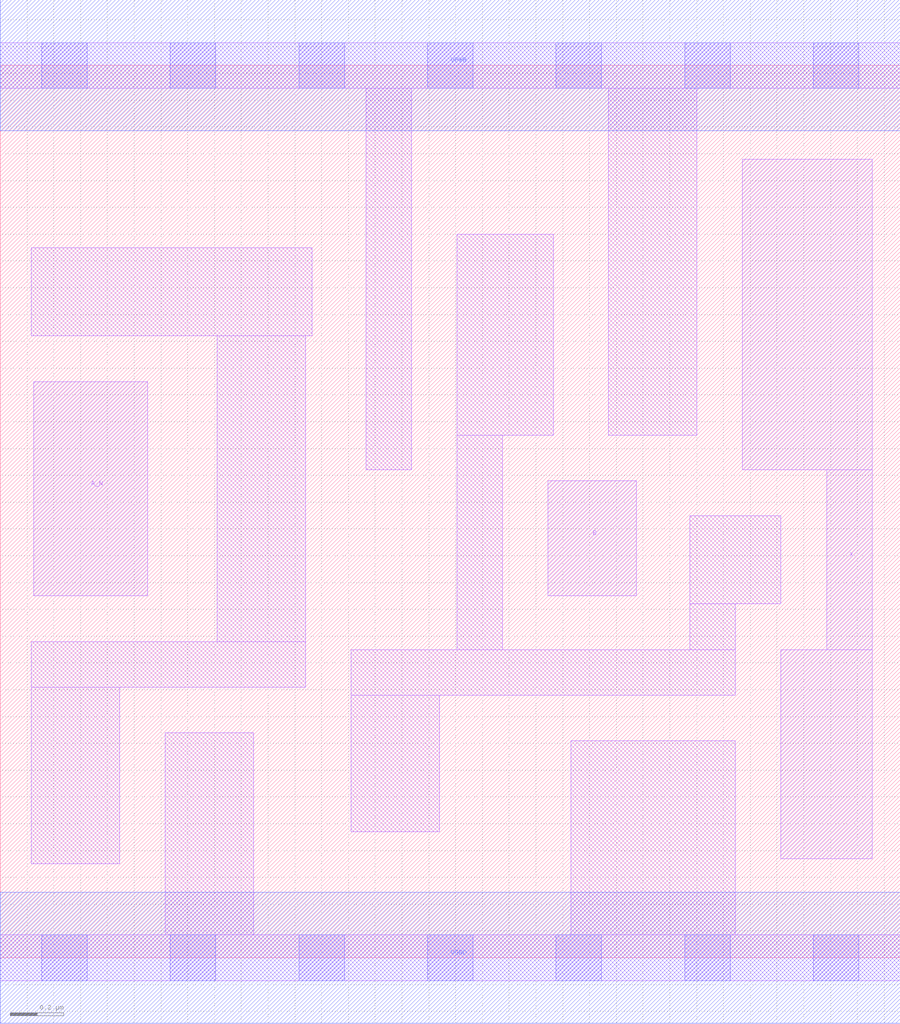
<source format=lef>
# Copyright 2020 The SkyWater PDK Authors
#
# Licensed under the Apache License, Version 2.0 (the "License");
# you may not use this file except in compliance with the License.
# You may obtain a copy of the License at
#
#     https://www.apache.org/licenses/LICENSE-2.0
#
# Unless required by applicable law or agreed to in writing, software
# distributed under the License is distributed on an "AS IS" BASIS,
# WITHOUT WARRANTIES OR CONDITIONS OF ANY KIND, either express or implied.
# See the License for the specific language governing permissions and
# limitations under the License.
#
# SPDX-License-Identifier: Apache-2.0

VERSION 5.5 ;
NAMESCASESENSITIVE ON ;
BUSBITCHARS "[]" ;
DIVIDERCHAR "/" ;
MACRO sky130_fd_sc_ls__and2b_1
  CLASS CORE ;
  SOURCE USER ;
  ORIGIN  0.000000  0.000000 ;
  SIZE  3.360000 BY  3.330000 ;
  SYMMETRY X Y ;
  SITE unit ;
  PIN A_N
    ANTENNAGATEAREA  0.208000 ;
    DIRECTION INPUT ;
    USE SIGNAL ;
    PORT
      LAYER li1 ;
        RECT 0.125000 1.350000 0.550000 2.150000 ;
    END
  END A_N
  PIN B
    ANTENNAGATEAREA  0.222000 ;
    DIRECTION INPUT ;
    USE SIGNAL ;
    PORT
      LAYER li1 ;
        RECT 2.045000 1.350000 2.375000 1.780000 ;
    END
  END B
  PIN X
    ANTENNADIFFAREA  0.541300 ;
    DIRECTION OUTPUT ;
    USE SIGNAL ;
    PORT
      LAYER li1 ;
        RECT 2.770000 1.820000 3.255000 2.980000 ;
        RECT 2.915000 0.370000 3.255000 1.150000 ;
        RECT 3.085000 1.150000 3.255000 1.820000 ;
    END
  END X
  PIN VGND
    DIRECTION INOUT ;
    SHAPE ABUTMENT ;
    USE GROUND ;
    PORT
      LAYER met1 ;
        RECT 0.000000 -0.245000 3.360000 0.245000 ;
    END
  END VGND
  PIN VNB
    DIRECTION INOUT ;
    USE GROUND ;
    PORT
    END
  END VNB
  PIN VPB
    DIRECTION INOUT ;
    USE POWER ;
    PORT
    END
  END VPB
  PIN VPWR
    DIRECTION INOUT ;
    SHAPE ABUTMENT ;
    USE POWER ;
    PORT
      LAYER met1 ;
        RECT 0.000000 3.085000 3.360000 3.575000 ;
    END
  END VPWR
  OBS
    LAYER li1 ;
      RECT 0.000000 -0.085000 3.360000 0.085000 ;
      RECT 0.000000  3.245000 3.360000 3.415000 ;
      RECT 0.115000  0.350000 0.445000 1.010000 ;
      RECT 0.115000  1.010000 1.140000 1.180000 ;
      RECT 0.115000  2.320000 1.165000 2.650000 ;
      RECT 0.615000  0.085000 0.945000 0.840000 ;
      RECT 0.810000  1.180000 1.140000 2.320000 ;
      RECT 1.310000  0.470000 1.640000 0.980000 ;
      RECT 1.310000  0.980000 2.745000 1.150000 ;
      RECT 1.365000  1.820000 1.535000 3.245000 ;
      RECT 1.705000  1.150000 1.875000 1.950000 ;
      RECT 1.705000  1.950000 2.065000 2.700000 ;
      RECT 2.130000  0.085000 2.745000 0.810000 ;
      RECT 2.270000  1.950000 2.600000 3.245000 ;
      RECT 2.575000  1.150000 2.745000 1.320000 ;
      RECT 2.575000  1.320000 2.915000 1.650000 ;
    LAYER mcon ;
      RECT 0.155000 -0.085000 0.325000 0.085000 ;
      RECT 0.155000  3.245000 0.325000 3.415000 ;
      RECT 0.635000 -0.085000 0.805000 0.085000 ;
      RECT 0.635000  3.245000 0.805000 3.415000 ;
      RECT 1.115000 -0.085000 1.285000 0.085000 ;
      RECT 1.115000  3.245000 1.285000 3.415000 ;
      RECT 1.595000 -0.085000 1.765000 0.085000 ;
      RECT 1.595000  3.245000 1.765000 3.415000 ;
      RECT 2.075000 -0.085000 2.245000 0.085000 ;
      RECT 2.075000  3.245000 2.245000 3.415000 ;
      RECT 2.555000 -0.085000 2.725000 0.085000 ;
      RECT 2.555000  3.245000 2.725000 3.415000 ;
      RECT 3.035000 -0.085000 3.205000 0.085000 ;
      RECT 3.035000  3.245000 3.205000 3.415000 ;
  END
END sky130_fd_sc_ls__and2b_1
END LIBRARY

</source>
